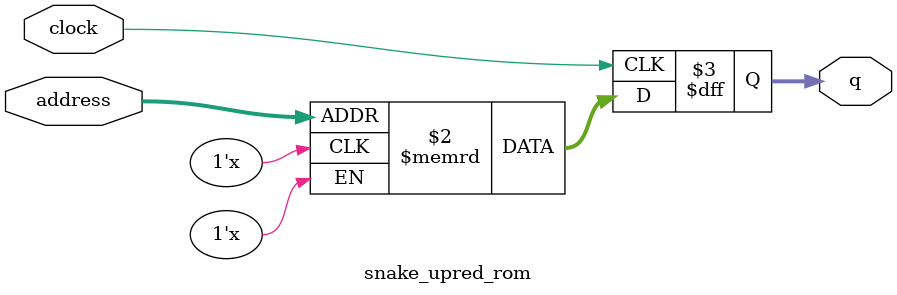
<source format=sv>
module snake_upred_rom (
	input logic clock,
	input logic [9:0] address,
	output logic [3:0] q
);

logic [3:0] memory [0:944] /* synthesis ram_init_file = "./snake_upred.mif" */;

always_ff @ (posedge clock) begin
	q <= memory[address];
end

endmodule

</source>
